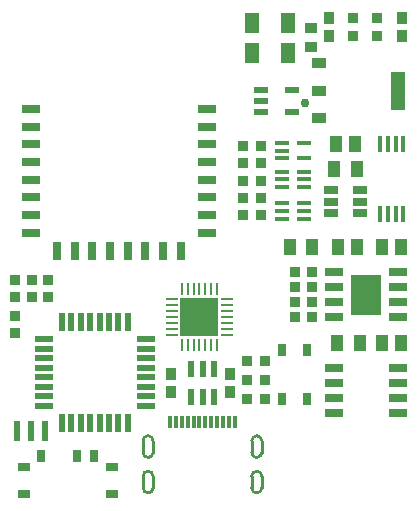
<source format=gtp>
G04*
G04 #@! TF.GenerationSoftware,Altium Limited,Altium Designer,19.1.5 (86)*
G04*
G04 Layer_Color=8421504*
%FSLAX25Y25*%
%MOIN*%
G70*
G01*
G75*
%ADD18C,0.00984*%
%ADD19C,0.03000*%
%ADD20R,0.06299X0.03150*%
%ADD21R,0.03150X0.06299*%
%ADD22R,0.04882X0.01575*%
%ADD23R,0.03543X0.03740*%
%ADD24R,0.04921X0.07087*%
%ADD25R,0.05000X0.02200*%
%ADD26R,0.03937X0.03347*%
%ADD27R,0.03819X0.04095*%
%ADD28R,0.03740X0.03543*%
%ADD29R,0.05158X0.12756*%
%ADD30R,0.05158X0.03661*%
%ADD31R,0.03937X0.05709*%
%ADD32R,0.04724X0.02559*%
%ADD33R,0.04016X0.05787*%
%ADD34R,0.01772X0.05807*%
%ADD35R,0.06004X0.02756*%
%ADD36R,0.09894X0.13394*%
%ADD37R,0.03976X0.01063*%
%ADD38R,0.01063X0.03976*%
%ADD39R,0.12795X0.12795*%
%ADD40R,0.05906X0.02165*%
%ADD41R,0.02165X0.05906*%
%ADD42R,0.01181X0.04331*%
%ADD43R,0.01968X0.06693*%
%ADD44R,0.03937X0.03150*%
%ADD45R,0.02756X0.04331*%
%ADD46R,0.02362X0.05354*%
%ADD47R,0.02559X0.04134*%
G36*
X60130Y56757D02*
Y61291D01*
X64657D01*
Y56757D01*
X60130D01*
D02*
G37*
G36*
Y62709D02*
Y67236D01*
X64657D01*
Y62709D01*
X60130D01*
D02*
G37*
G36*
X66075Y56758D02*
Y61291D01*
X70608D01*
Y56758D01*
X66075D01*
D02*
G37*
G36*
Y62710D02*
Y67236D01*
X70610D01*
Y62710D01*
X66075D01*
D02*
G37*
D18*
X86134Y20772D02*
G03*
X84461Y22445I-1673J0D01*
G01*
D02*
G03*
X82787Y20772I0J-1673D01*
G01*
X84461Y15161D02*
G03*
X86134Y16835I0J1673D01*
G01*
Y8961D02*
G03*
X84461Y10634I-1673J0D01*
G01*
Y3350D02*
G03*
X86134Y5024I0J1673D01*
G01*
X82787Y16835D02*
G03*
X84461Y15161I1673J0D01*
G01*
Y10634D02*
G03*
X82787Y8961I0J-1673D01*
G01*
Y5024D02*
G03*
X84461Y3350I1673J0D01*
G01*
X49913Y20772D02*
G03*
X48240Y22445I-1673J0D01*
G01*
D02*
G03*
X46567Y20772I0J-1673D01*
G01*
X48240Y15161D02*
G03*
X49913Y16835I0J1673D01*
G01*
Y8961D02*
G03*
X48240Y10634I-1673J0D01*
G01*
Y3350D02*
G03*
X49913Y5024I0J1673D01*
G01*
X46567Y16835D02*
G03*
X48240Y15161I1673J0D01*
G01*
Y10634D02*
G03*
X46567Y8961I0J-1673D01*
G01*
Y5024D02*
G03*
X48240Y3350I1673J0D01*
G01*
X86134Y16835D02*
Y20772D01*
X82787Y16835D02*
Y20772D01*
X86134Y5024D02*
Y8961D01*
X82787Y5024D02*
Y8961D01*
X49913Y16835D02*
Y20772D01*
X46567Y16835D02*
Y20772D01*
X49913Y5024D02*
Y8961D01*
X46567Y5024D02*
Y8961D01*
D19*
X100500Y133500D02*
D03*
D20*
X67831Y119563D02*
D03*
Y113657D02*
D03*
Y131374D02*
D03*
Y125469D02*
D03*
Y95941D02*
D03*
Y90035D02*
D03*
Y107752D02*
D03*
Y101847D02*
D03*
X9169Y131374D02*
D03*
Y125469D02*
D03*
Y119563D02*
D03*
Y107752D02*
D03*
Y113657D02*
D03*
Y101847D02*
D03*
Y95941D02*
D03*
Y90035D02*
D03*
D21*
X59169Y84130D02*
D03*
X47358D02*
D03*
X53264D02*
D03*
X17831D02*
D03*
X23736D02*
D03*
X35547D02*
D03*
X41453D02*
D03*
X29642D02*
D03*
D22*
X100181Y120100D02*
D03*
Y114900D02*
D03*
X92819Y120100D02*
D03*
Y117500D02*
D03*
Y114900D02*
D03*
X100181Y110408D02*
D03*
Y105290D02*
D03*
Y107850D02*
D03*
X92819D02*
D03*
Y110408D02*
D03*
Y105290D02*
D03*
X100181Y99886D02*
D03*
Y94768D02*
D03*
Y97327D02*
D03*
X92819D02*
D03*
Y99886D02*
D03*
Y94768D02*
D03*
D23*
X85953Y101638D02*
D03*
X80047D02*
D03*
X124554Y161689D02*
D03*
Y155783D02*
D03*
X85953Y107425D02*
D03*
X80047D02*
D03*
X85953Y95850D02*
D03*
X80047D02*
D03*
X85953Y113213D02*
D03*
X80047D02*
D03*
X85953Y119000D02*
D03*
X80047D02*
D03*
X103000Y67000D02*
D03*
X97095D02*
D03*
X103000Y72000D02*
D03*
X97095D02*
D03*
X87153Y34567D02*
D03*
X81247D02*
D03*
X87153Y41000D02*
D03*
X81247D02*
D03*
X87153Y47500D02*
D03*
X81247D02*
D03*
X4000Y74453D02*
D03*
Y68547D02*
D03*
X3972Y56547D02*
D03*
Y62453D02*
D03*
D24*
X95000Y160153D02*
D03*
Y149917D02*
D03*
X83000Y160118D02*
D03*
Y149882D02*
D03*
D25*
X96100Y137700D02*
D03*
Y130300D02*
D03*
X85900Y137700D02*
D03*
Y134000D02*
D03*
Y130300D02*
D03*
D26*
X102500Y158185D02*
D03*
Y151886D02*
D03*
D27*
X108500Y161650D02*
D03*
Y155823D02*
D03*
X132787Y161650D02*
D03*
Y155823D02*
D03*
X75400Y42913D02*
D03*
Y37087D02*
D03*
X56000Y42913D02*
D03*
Y37087D02*
D03*
D28*
X116556Y161689D02*
D03*
Y155783D02*
D03*
X103000Y62000D02*
D03*
X97095D02*
D03*
X103000Y77000D02*
D03*
X97095D02*
D03*
X15000Y74453D02*
D03*
Y68547D02*
D03*
X9549Y74453D02*
D03*
Y68547D02*
D03*
D29*
X131669Y137500D02*
D03*
D30*
X105331Y146516D02*
D03*
Y137500D02*
D03*
Y128484D02*
D03*
D31*
X117740Y111500D02*
D03*
X110260D02*
D03*
X102902Y85500D02*
D03*
X95421D02*
D03*
X118728Y53500D02*
D03*
X111248D02*
D03*
D32*
X118921Y100500D02*
D03*
Y104240D02*
D03*
Y96760D02*
D03*
X109079Y104240D02*
D03*
Y100500D02*
D03*
Y96760D02*
D03*
D33*
X117189Y119577D02*
D03*
X110811D02*
D03*
X117989Y85500D02*
D03*
X111611D02*
D03*
X132689D02*
D03*
X126311D02*
D03*
X132689Y53500D02*
D03*
X126311D02*
D03*
D34*
X133339Y119567D02*
D03*
X128220D02*
D03*
X125661D02*
D03*
X130780D02*
D03*
Y96433D02*
D03*
X128220D02*
D03*
X133339D02*
D03*
X125661D02*
D03*
D35*
X131695Y72000D02*
D03*
Y77000D02*
D03*
Y67000D02*
D03*
Y62000D02*
D03*
X110340Y72000D02*
D03*
Y77000D02*
D03*
Y67000D02*
D03*
Y62000D02*
D03*
X131677Y45000D02*
D03*
Y40000D02*
D03*
Y35000D02*
D03*
Y30000D02*
D03*
X110323D02*
D03*
Y35000D02*
D03*
Y40000D02*
D03*
Y45000D02*
D03*
D36*
X121018Y69500D02*
D03*
D37*
X74657Y67905D02*
D03*
Y65937D02*
D03*
Y62000D02*
D03*
Y60031D02*
D03*
Y63968D02*
D03*
Y58063D02*
D03*
Y56094D02*
D03*
X56075Y67905D02*
D03*
Y65937D02*
D03*
Y63968D02*
D03*
Y60031D02*
D03*
Y58063D02*
D03*
Y62000D02*
D03*
Y56094D02*
D03*
D38*
X69303Y71291D02*
D03*
X71272D02*
D03*
X61429D02*
D03*
X67335D02*
D03*
X65366D02*
D03*
X63398D02*
D03*
X69303Y52709D02*
D03*
X71272D02*
D03*
X67335D02*
D03*
X63398D02*
D03*
X65366D02*
D03*
X61429D02*
D03*
X59461Y71291D02*
D03*
Y52709D02*
D03*
D39*
X65366Y62000D02*
D03*
D40*
X47429Y54524D02*
D03*
Y51374D02*
D03*
Y48224D02*
D03*
Y45075D02*
D03*
Y38776D02*
D03*
Y41925D02*
D03*
Y32476D02*
D03*
Y35626D02*
D03*
X13571Y48224D02*
D03*
Y54524D02*
D03*
Y51374D02*
D03*
Y45075D02*
D03*
Y38776D02*
D03*
Y41925D02*
D03*
Y35626D02*
D03*
Y32476D02*
D03*
D41*
X41524Y60429D02*
D03*
X35224D02*
D03*
X32075D02*
D03*
X38374D02*
D03*
X41524Y26571D02*
D03*
X35224D02*
D03*
X32075D02*
D03*
X38374D02*
D03*
X28925Y60429D02*
D03*
X25776D02*
D03*
X22626D02*
D03*
X19476D02*
D03*
X28925Y26571D02*
D03*
X25776D02*
D03*
X22626D02*
D03*
X19476D02*
D03*
D42*
X77177Y26913D02*
D03*
X75209D02*
D03*
X69303D02*
D03*
X67335D02*
D03*
X73240D02*
D03*
X71272D02*
D03*
X61429D02*
D03*
X59461D02*
D03*
X65366D02*
D03*
X63398D02*
D03*
X57492D02*
D03*
X55524D02*
D03*
D43*
X13949Y24000D02*
D03*
X4500D02*
D03*
X9224D02*
D03*
D44*
X36264Y2972D02*
D03*
Y12028D02*
D03*
X6736Y2972D02*
D03*
Y12028D02*
D03*
D45*
X30358Y15571D02*
D03*
X24453D02*
D03*
X12642D02*
D03*
D46*
X62660Y35400D02*
D03*
X66400D02*
D03*
X70140D02*
D03*
Y44652D02*
D03*
X66400D02*
D03*
X62660D02*
D03*
D47*
X101232Y51169D02*
D03*
X92768D02*
D03*
X101232Y34831D02*
D03*
X92768D02*
D03*
M02*

</source>
